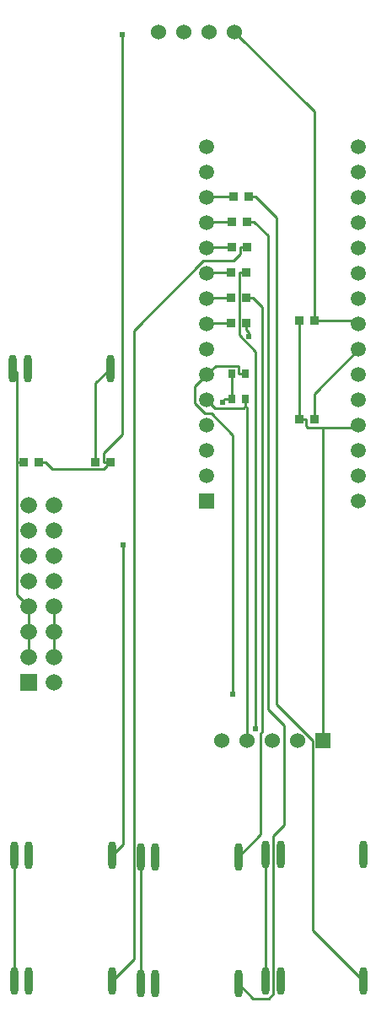
<source format=gtl>
G04 Layer: TopLayer*
G04 EasyEDA v6.5.22, 2023-02-15 17:28:14*
G04 889346655b5e4dd39cbf71a95156414b,7be1179030e74d40a97a3c751b95adb4,10*
G04 Gerber Generator version 0.2*
G04 Scale: 100 percent, Rotated: No, Reflected: No *
G04 Dimensions in millimeters *
G04 leading zeros omitted , absolute positions ,4 integer and 5 decimal *
%FSLAX45Y45*%
%MOMM*%

%AMMACRO1*21,1,$1,$2,0,0,$3*%
%ADD10C,0.2540*%
%ADD11R,0.8000X0.9000*%
%ADD12MACRO1,0.864X0.8065X90.0000*%
%ADD13MACRO1,0.864X0.8065X-90.0000*%
%ADD14MACRO1,1.508X1.508X-90.0000*%
%ADD15C,1.5080*%
%ADD16C,1.6637*%
%ADD17MACRO1,1.6637X1.6637X0.0000*%
%ADD18O,0.7999984X2.7999944*%
%ADD19C,1.5240*%
%ADD20R,1.5240X1.5240*%
%ADD21C,0.6096*%

%LPD*%
D10*
X-1524863Y812800D02*
G01*
X-1524863Y741629D01*
X-1524863Y741629D02*
G01*
X-1498041Y714806D01*
X-1498041Y678484D01*
X-2872409Y-4533900D02*
G01*
X-2756103Y-4417593D01*
X-2756103Y-1413002D01*
X-1602409Y-4546600D02*
G01*
X-1377543Y-4321733D01*
X-1377543Y-3308756D01*
X-1359738Y-3290951D01*
X-1359738Y969949D01*
X-1456588Y1066800D01*
X-1524863Y1066800D02*
G01*
X-1456588Y1066800D01*
X-1524863Y1320800D02*
G01*
X-1593164Y1320800D01*
X-1593164Y1320800D02*
G01*
X-1593291Y1320672D01*
X-1593291Y690905D01*
X-1427378Y524992D01*
X-1427378Y-3257575D01*
X-1512163Y1574800D02*
G01*
X-1580464Y1574800D01*
X-1580464Y1574800D02*
G01*
X-1580464Y1506499D01*
X-1651863Y1435100D01*
X-1951964Y1435100D01*
X-2650489Y736574D01*
X-2650489Y-5569280D01*
X-2872409Y-5791200D01*
X-1512163Y1828800D02*
G01*
X-1443888Y1828800D01*
X-1443888Y1828800D02*
G01*
X-1303477Y1688388D01*
X-1303477Y-3063773D01*
X-1142898Y-3224352D01*
X-1142898Y-4225137D01*
X-1251102Y-4333341D01*
X-1251102Y-5923965D01*
X-1294307Y-5967171D01*
X-1451838Y-5967171D01*
X-1602409Y-5816600D01*
X-1499463Y2082800D02*
G01*
X-1431188Y2082800D01*
X-1431188Y2082800D02*
G01*
X-1216507Y1868119D01*
X-1216507Y-3013075D01*
X-853592Y-3375990D01*
X-853592Y-5282717D01*
X-345109Y-5791200D01*
X-1917700Y292100D02*
G01*
X-2037283Y172516D01*
X-2037283Y3429D01*
X-1935937Y-97917D01*
X-1871471Y-97917D01*
X-1658340Y-311048D01*
X-1658340Y-2910001D01*
X-1598168Y304800D02*
G01*
X-1598168Y372770D01*
X-1603298Y377901D01*
X-1831898Y377901D01*
X-1917700Y292100D01*
X-1530197Y304800D02*
G01*
X-1598168Y304800D01*
X-1917700Y38100D02*
G01*
X-1836953Y-42646D01*
X-1550670Y-42646D01*
X-1530197Y-22174D01*
X-1530197Y50800D02*
G01*
X-1530197Y14325D01*
X-1530197Y-3251D02*
G01*
X-1530197Y-22174D01*
X-1530197Y14325D02*
G01*
X-1530197Y-3251D01*
X-1511300Y-3378200D02*
G01*
X-1511300Y-41071D01*
X-1530197Y-22174D01*
X-3607663Y-584200D02*
G01*
X-3539388Y-584200D01*
X-2917901Y-584200D02*
G01*
X-2917901Y-619861D01*
X-2953537Y-655497D01*
X-3468090Y-655497D01*
X-3539388Y-584200D01*
X-2917901Y-584200D02*
G01*
X-2952064Y-584200D01*
X-2883763Y-584200D02*
G01*
X-2917901Y-584200D01*
X-2764485Y3706825D02*
G01*
X-2764485Y-305815D01*
X-2952064Y-493395D01*
X-2952064Y-584200D01*
X-3865092Y355600D02*
G01*
X-3826611Y317119D01*
X-3826611Y-584200D01*
X-3708400Y-2032000D02*
G01*
X-3826611Y-1913788D01*
X-3826611Y-584200D01*
X-3708400Y-2286000D02*
G01*
X-3708400Y-2032000D01*
X-3758336Y-584200D02*
G01*
X-3826611Y-584200D01*
X-1738172Y50800D02*
G01*
X-1758314Y30657D01*
X-1758314Y16433D01*
X-1670202Y50800D02*
G01*
X-1738172Y50800D01*
X-3454400Y-2286000D02*
G01*
X-3454400Y-2032000D01*
X-3454400Y-2540000D02*
G01*
X-3454400Y-2286000D01*
X-3708400Y-2540000D02*
G01*
X-3708400Y-2286000D01*
X-3852392Y-5791200D02*
G01*
X-3852392Y-4533900D01*
X-2582392Y-5816600D02*
G01*
X-2582392Y-4546600D01*
X-1325092Y-5791200D02*
G01*
X-1325092Y-4521200D01*
X-1670202Y304800D02*
G01*
X-1670202Y50800D01*
X-989736Y-152400D02*
G01*
X-921435Y-152400D01*
X-749300Y-238404D02*
G01*
X-416204Y-238404D01*
X-393700Y-215900D01*
X-921435Y-152400D02*
G01*
X-921435Y-220700D01*
X-903731Y-238404D01*
X-749300Y-238404D01*
X-749300Y-3274034D02*
G01*
X-749300Y-238404D01*
X-989736Y-152400D02*
G01*
X-989736Y838200D01*
X-749300Y-3378200D02*
G01*
X-749300Y-3274034D01*
X-839063Y838200D02*
G01*
X-431800Y838200D01*
X-393700Y800100D01*
X-1638300Y3733800D02*
G01*
X-839063Y2934563D01*
X-839063Y838200D01*
X-839063Y-152400D02*
G01*
X-839063Y100736D01*
X-393700Y546100D01*
X-3034436Y-584200D02*
G01*
X-3034436Y206273D01*
X-2885109Y355600D01*
X-1675536Y812800D02*
G01*
X-1905000Y812800D01*
X-1917700Y800100D01*
X-1675536Y1066800D02*
G01*
X-1905000Y1066800D01*
X-1917700Y1054100D01*
X-1675536Y1320800D02*
G01*
X-1905000Y1320800D01*
X-1917700Y1308100D01*
X-1662836Y1574800D02*
G01*
X-1905000Y1574800D01*
X-1917700Y1562100D01*
X-1662836Y1828800D02*
G01*
X-1905000Y1828800D01*
X-1917700Y1816100D01*
X-1650136Y2082800D02*
G01*
X-1905000Y2082800D01*
X-1917700Y2070100D01*
D11*
G01*
X-1530197Y304800D03*
G01*
X-1670202Y304800D03*
G01*
X-1530197Y50800D03*
G01*
X-1670202Y50800D03*
D12*
G01*
X-1524875Y812800D03*
G01*
X-1675524Y812800D03*
G01*
X-1524875Y1066800D03*
G01*
X-1675524Y1066800D03*
G01*
X-1524875Y1320800D03*
G01*
X-1675524Y1320800D03*
G01*
X-1512175Y1574800D03*
G01*
X-1662824Y1574800D03*
G01*
X-1512175Y1828800D03*
G01*
X-1662824Y1828800D03*
G01*
X-1499475Y2082800D03*
G01*
X-1650124Y2082800D03*
D13*
G01*
X-3034424Y-584200D03*
G01*
X-2883775Y-584200D03*
D12*
G01*
X-3607675Y-584200D03*
G01*
X-3758324Y-584200D03*
D13*
G01*
X-989724Y838200D03*
G01*
X-839075Y838200D03*
D12*
G01*
X-839075Y-152400D03*
G01*
X-989724Y-152400D03*
D14*
G01*
X-1917700Y-977900D03*
D15*
G01*
X-1917700Y-723900D03*
G01*
X-1917700Y-469900D03*
G01*
X-1917700Y-215900D03*
G01*
X-1917700Y38100D03*
G01*
X-1917700Y292100D03*
G01*
X-1917700Y546100D03*
G01*
X-1917700Y800100D03*
G01*
X-1917700Y1054100D03*
G01*
X-1917700Y1308100D03*
G01*
X-1917700Y1562100D03*
G01*
X-1917700Y1816100D03*
G01*
X-393700Y-977900D03*
G01*
X-393700Y-723900D03*
G01*
X-393700Y-469900D03*
G01*
X-393700Y-215900D03*
G01*
X-393700Y38100D03*
G01*
X-393700Y292100D03*
G01*
X-393700Y800100D03*
G01*
X-393700Y1054100D03*
G01*
X-393700Y1562100D03*
G01*
X-393700Y1816100D03*
G01*
X-393700Y1308100D03*
G01*
X-393700Y546100D03*
G01*
X-1917700Y2070100D03*
G01*
X-1917700Y2324100D03*
G01*
X-1917700Y2578100D03*
G01*
X-393700Y2070100D03*
G01*
X-393700Y2324100D03*
G01*
X-393700Y2578100D03*
D16*
G01*
X-3454400Y-1270000D03*
G01*
X-3708400Y-1270000D03*
G01*
X-3454400Y-1778000D03*
G01*
X-3708400Y-1778000D03*
G01*
X-3454400Y-2032000D03*
G01*
X-3708400Y-2032000D03*
G01*
X-3454400Y-2286000D03*
G01*
X-3708400Y-2286000D03*
G01*
X-3454400Y-2540000D03*
G01*
X-3708400Y-2540000D03*
G01*
X-3454400Y-1016000D03*
G01*
X-3708400Y-1016000D03*
G01*
X-3454400Y-1524000D03*
G01*
X-3708400Y-1524000D03*
G01*
X-3454400Y-2794000D03*
D17*
G01*
X-3708400Y-2794000D03*
D18*
G01*
X-3704412Y-4533900D03*
G01*
X-2872409Y-4533900D03*
G01*
X-3852392Y-4533900D03*
G01*
X-2434412Y-4546600D03*
G01*
X-1602409Y-4546600D03*
G01*
X-2582392Y-4546600D03*
G01*
X-1177112Y-4521200D03*
G01*
X-345109Y-4521200D03*
G01*
X-1325092Y-4521200D03*
G01*
X-3704412Y-5791200D03*
G01*
X-2872409Y-5791200D03*
G01*
X-3852392Y-5791200D03*
G01*
X-2434412Y-5816600D03*
G01*
X-1602409Y-5816600D03*
G01*
X-2582392Y-5816600D03*
G01*
X-1177112Y-5791200D03*
G01*
X-345109Y-5791200D03*
G01*
X-1325092Y-5791200D03*
G01*
X-3717112Y355600D03*
G01*
X-2885109Y355600D03*
G01*
X-3865092Y355600D03*
D19*
G01*
X-1638300Y3733800D03*
G01*
X-1892300Y3733800D03*
G01*
X-2146300Y3733800D03*
G01*
X-2400300Y3733800D03*
D20*
G01*
X-749300Y-3378200D03*
D19*
G01*
X-1003300Y-3378200D03*
G01*
X-1257300Y-3378200D03*
G01*
X-1511300Y-3378200D03*
G01*
X-1765300Y-3378200D03*
D21*
G01*
X-2756103Y-1413002D03*
G01*
X-1498041Y678484D03*
G01*
X-1427378Y-3257575D03*
G01*
X-1658340Y-2910001D03*
G01*
X-2764485Y3706825D03*
G01*
X-1758314Y16433D03*
M02*

</source>
